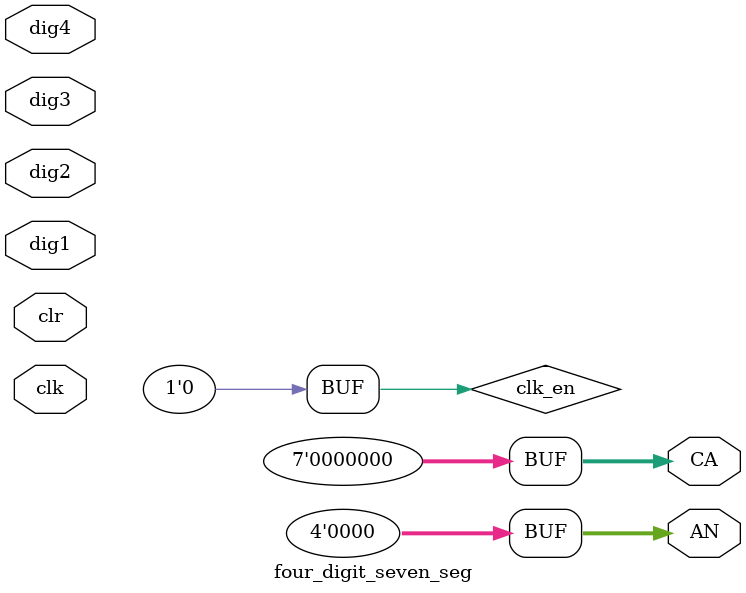
<source format=v>
`timescale 1ns / 1ps


module four_digit_seven_seg(
   input clr, clk,
   input wire [3:0] dig1,
   input wire [3:0] dig2,
   input wire [3:0] dig3,
   input wire [3:0] dig4,
   output reg [3:0] AN,
   output reg [6:0] CA
    );
    wire [6:0] CA = 0;
    wire [3:0] AN = 0;
    wire clk_en = 0;
    wire [1:0] S;
    reg [3:0] x = 0;
    clk_enable c_en(clk,clr,clk_en);
    anode_driver anode(clk_en,clk,clr,AN,S);
    hex2sevseg sevseg(x,CA);
    always @(*)
        case (S)
            0: x <= dig1;
            1: x <= dig2;
            2: x <= dig3;
            3: x <= dig4;
        endcase
endmodule

</source>
